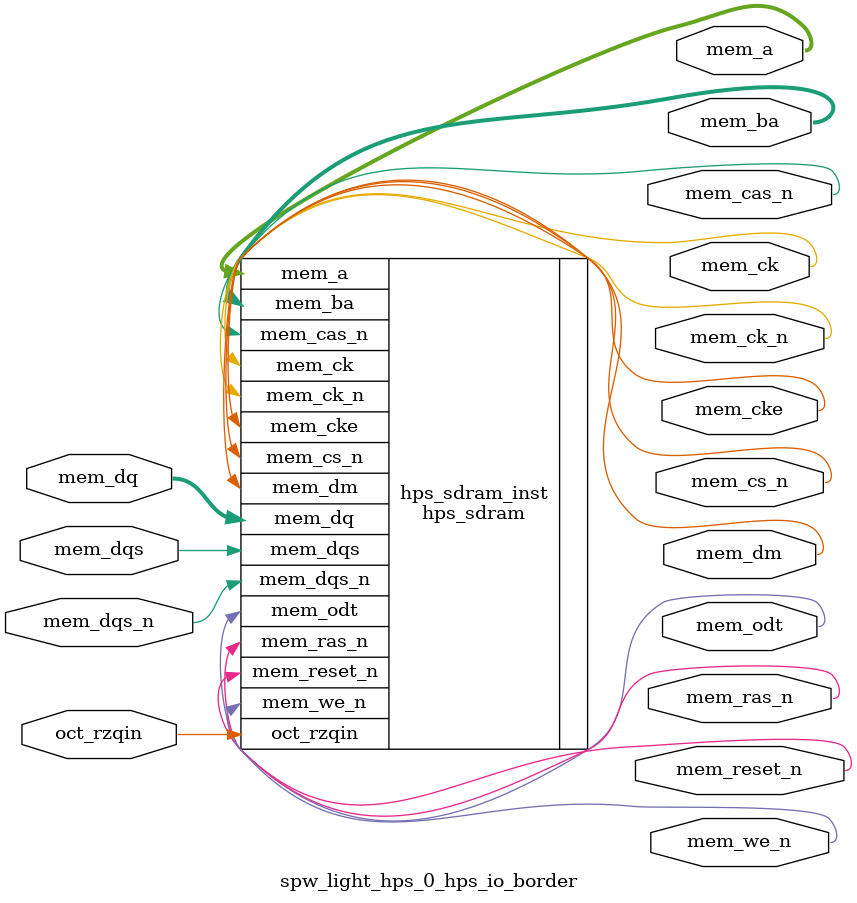
<source format=sv>


module spw_light_hps_0_hps_io_border(
// memory
  output wire [13 - 1 : 0 ] mem_a
 ,output wire [3 - 1 : 0 ] mem_ba
 ,output wire [1 - 1 : 0 ] mem_ck
 ,output wire [1 - 1 : 0 ] mem_ck_n
 ,output wire [1 - 1 : 0 ] mem_cke
 ,output wire [1 - 1 : 0 ] mem_cs_n
 ,output wire [1 - 1 : 0 ] mem_ras_n
 ,output wire [1 - 1 : 0 ] mem_cas_n
 ,output wire [1 - 1 : 0 ] mem_we_n
 ,output wire [1 - 1 : 0 ] mem_reset_n
 ,inout wire [8 - 1 : 0 ] mem_dq
 ,inout wire [1 - 1 : 0 ] mem_dqs
 ,inout wire [1 - 1 : 0 ] mem_dqs_n
 ,output wire [1 - 1 : 0 ] mem_odt
 ,output wire [1 - 1 : 0 ] mem_dm
 ,input wire [1 - 1 : 0 ] oct_rzqin
);


hps_sdram hps_sdram_inst(
 .mem_dq({
    mem_dq[7:0] // 7:0
  })
,.mem_odt({
    mem_odt[0:0] // 0:0
  })
,.mem_ras_n({
    mem_ras_n[0:0] // 0:0
  })
,.mem_dqs_n({
    mem_dqs_n[0:0] // 0:0
  })
,.mem_dqs({
    mem_dqs[0:0] // 0:0
  })
,.mem_dm({
    mem_dm[0:0] // 0:0
  })
,.mem_we_n({
    mem_we_n[0:0] // 0:0
  })
,.mem_cas_n({
    mem_cas_n[0:0] // 0:0
  })
,.mem_ba({
    mem_ba[2:0] // 2:0
  })
,.mem_a({
    mem_a[12:0] // 12:0
  })
,.mem_cs_n({
    mem_cs_n[0:0] // 0:0
  })
,.mem_ck({
    mem_ck[0:0] // 0:0
  })
,.mem_cke({
    mem_cke[0:0] // 0:0
  })
,.oct_rzqin({
    oct_rzqin[0:0] // 0:0
  })
,.mem_reset_n({
    mem_reset_n[0:0] // 0:0
  })
,.mem_ck_n({
    mem_ck_n[0:0] // 0:0
  })
);

endmodule


</source>
